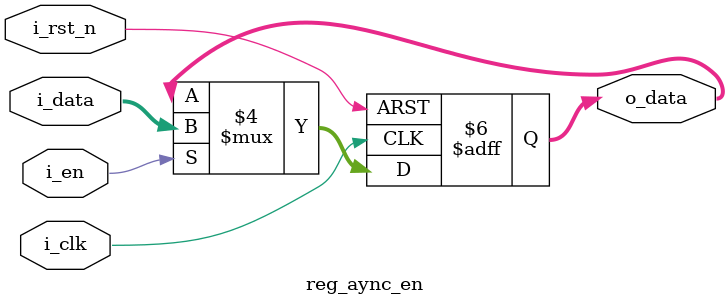
<source format=sv>
`timescale 1ns / 1ps

module reg_sync #(
    parameter DATA_WIDTH = 32,
    parameter RSTN_VALUE =  0
) (
    input  logic                      i_clk,
    input  logic                      i_rst_n,
    input  logic [DATA_WIDTH - 1 : 0] i_data,
    output logic [DATA_WIDTH - 1 : 0] o_data
);

    always_ff @(posedge i_clk) begin
        if (!i_rst_n) begin
            o_data <= RSTN_VALUE;
        end
        else begin
            o_data <= i_data;
        end
    end

endmodule

module reg_sync_en #(
    parameter DATA_WIDTH = 32,
    parameter RSTN_VALUE =  0
) (
    input  logic                      i_clk,
    input  logic                      i_rst_n,
    input  logic                      i_en,
    input  logic [DATA_WIDTH - 1 : 0] i_data,
    output logic [DATA_WIDTH - 1 : 0] o_data
);

    always_ff @(posedge i_clk) begin
        if (!i_rst_n) begin
            o_data <= RSTN_VALUE;
        end
        else if (i_en) begin
            o_data <= i_data;
        end
        else begin
            o_data <= o_data;
        end
    end

endmodule

module reg_aync #(
    parameter DATA_WIDTH = 32,
    parameter RSTN_VALUE =  0
) (
    input  logic                      i_clk,
    input  logic                      i_rst_n,
    input  logic [DATA_WIDTH - 1 : 0] i_data,
    output logic [DATA_WIDTH - 1 : 0] o_data
);

    always_ff @(posedge i_clk or negedge i_rst_n) begin
        if (!i_rst_n) begin
            o_data <= RSTN_VALUE;
        end
        else begin
            o_data <= i_data;
        end
    end

endmodule

module reg_aync_en #(
    parameter DATA_WIDTH = 32,
    parameter RSTN_VALUE =  0
) (
    input  logic                      i_clk,
    input  logic                      i_rst_n,
    input  logic                      i_en,
    input  logic [DATA_WIDTH - 1 : 0] i_data,
    output logic [DATA_WIDTH - 1 : 0] o_data
);

    always_ff @(posedge i_clk or negedge i_rst_n) begin
        if (!i_rst_n) begin
            o_data <= RSTN_VALUE;
        end
        else if (i_en) begin
            o_data <= i_data;
        end
        else begin
            o_data <= o_data;
        end
    end

endmodule

</source>
